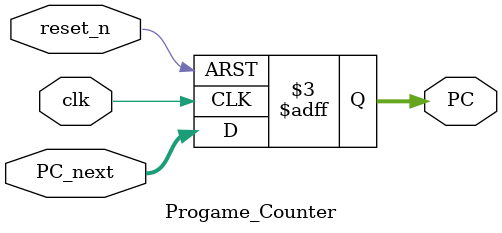
<source format=v>
`timescale 1ns / 1ps


module Progame_Counter(clk,reset_n,PC_next,PC);

input               clk     ;
input               reset_n ;
input      [31:0]   PC_next ;
output reg [31:0]   PC      ;

always @(posedge clk or negedge reset_n)
begin
    if (~reset_n)
        PC <= 0;
    else
        PC <= PC_next;
end

endmodule

</source>
